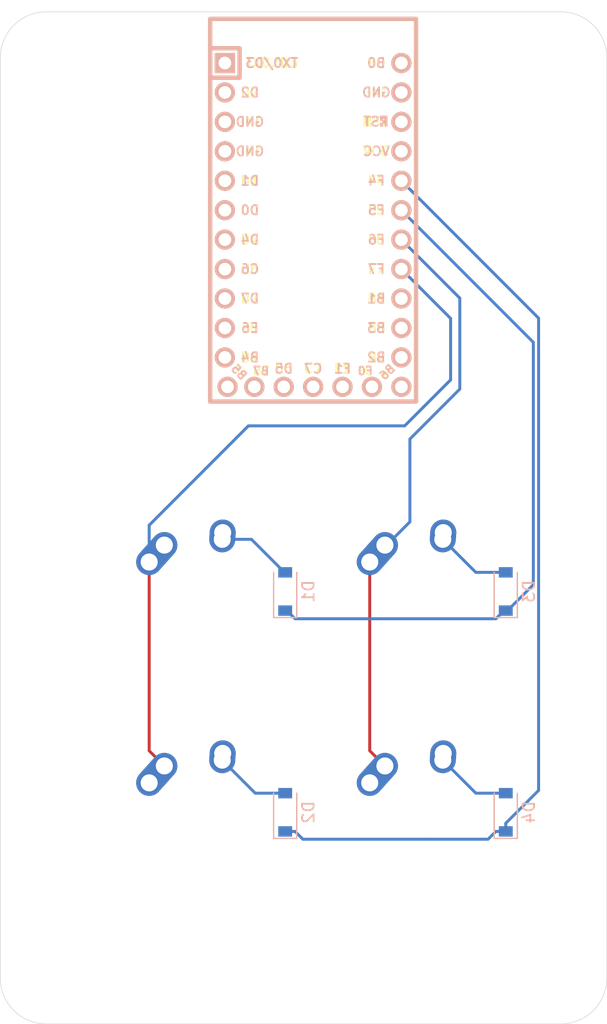
<source format=kicad_pcb>
(kicad_pcb (version 20171130) (host pcbnew "(5.1.4)-1")

  (general
    (thickness 1.6)
    (drawings 8)
    (tracks 42)
    (zones 0)
    (modules 9)
    (nets 34)
  )

  (page A4)
  (layers
    (0 F.Cu signal)
    (31 B.Cu signal)
    (32 B.Adhes user)
    (33 F.Adhes user)
    (34 B.Paste user)
    (35 F.Paste user)
    (36 B.SilkS user)
    (37 F.SilkS user)
    (38 B.Mask user)
    (39 F.Mask user)
    (40 Dwgs.User user)
    (41 Cmts.User user)
    (42 Eco1.User user)
    (43 Eco2.User user)
    (44 Edge.Cuts user)
    (45 Margin user)
    (46 B.CrtYd user)
    (47 F.CrtYd user)
    (48 B.Fab user)
    (49 F.Fab user)
  )

  (setup
    (last_trace_width 0.254)
    (trace_clearance 0.2)
    (zone_clearance 0.508)
    (zone_45_only no)
    (trace_min 0.2)
    (via_size 0.8)
    (via_drill 0.4)
    (via_min_size 0.4)
    (via_min_drill 0.3)
    (uvia_size 0.3)
    (uvia_drill 0.1)
    (uvias_allowed no)
    (uvia_min_size 0.2)
    (uvia_min_drill 0.1)
    (edge_width 0.05)
    (segment_width 0.2)
    (pcb_text_width 0.3)
    (pcb_text_size 1.5 1.5)
    (mod_edge_width 0.12)
    (mod_text_size 1 1)
    (mod_text_width 0.15)
    (pad_size 1.524 1.524)
    (pad_drill 0.762)
    (pad_to_mask_clearance 0.051)
    (solder_mask_min_width 0.25)
    (aux_axis_origin 0 0)
    (visible_elements 7FFFFFFF)
    (pcbplotparams
      (layerselection 0x010fc_ffffffff)
      (usegerberextensions false)
      (usegerberattributes false)
      (usegerberadvancedattributes false)
      (creategerberjobfile false)
      (excludeedgelayer true)
      (linewidth 0.100000)
      (plotframeref false)
      (viasonmask false)
      (mode 1)
      (useauxorigin false)
      (hpglpennumber 1)
      (hpglpenspeed 20)
      (hpglpendiameter 15.000000)
      (psnegative false)
      (psa4output false)
      (plotreference true)
      (plotvalue true)
      (plotinvisibletext false)
      (padsonsilk false)
      (subtractmaskfromsilk false)
      (outputformat 1)
      (mirror false)
      (drillshape 1)
      (scaleselection 1)
      (outputdirectory ""))
  )

  (net 0 "")
  (net 1 "Net-(D1-Pad2)")
  (net 2 ROW0)
  (net 3 "Net-(D2-Pad2)")
  (net 4 ROW1)
  (net 5 "Net-(D3-Pad2)")
  (net 6 "Net-(D4-Pad2)")
  (net 7 COL0)
  (net 8 COL1)
  (net 9 "Net-(U1-Pad25)")
  (net 10 "Net-(U1-Pad26)")
  (net 11 "Net-(U1-Pad27)")
  (net 12 "Net-(U1-Pad28)")
  (net 13 "Net-(U1-Pad29)")
  (net 14 "Net-(U1-Pad24)")
  (net 15 "Net-(U1-Pad12)")
  (net 16 "Net-(U1-Pad23)")
  (net 17 "Net-(U1-Pad22)")
  (net 18 "Net-(U1-Pad21)")
  (net 19 "Net-(U1-Pad16)")
  (net 20 "Net-(U1-Pad15)")
  (net 21 "Net-(U1-Pad14)")
  (net 22 "Net-(U1-Pad13)")
  (net 23 "Net-(U1-Pad11)")
  (net 24 "Net-(U1-Pad10)")
  (net 25 "Net-(U1-Pad9)")
  (net 26 "Net-(U1-Pad8)")
  (net 27 "Net-(U1-Pad7)")
  (net 28 "Net-(U1-Pad6)")
  (net 29 "Net-(U1-Pad5)")
  (net 30 "Net-(U1-Pad4)")
  (net 31 "Net-(U1-Pad3)")
  (net 32 "Net-(U1-Pad2)")
  (net 33 "Net-(U1-Pad1)")

  (net_class Default "This is the default net class."
    (clearance 0.2)
    (trace_width 0.254)
    (via_dia 0.8)
    (via_drill 0.4)
    (uvia_dia 0.3)
    (uvia_drill 0.1)
    (add_net COL0)
    (add_net COL1)
    (add_net "Net-(D1-Pad2)")
    (add_net "Net-(D2-Pad2)")
    (add_net "Net-(D3-Pad2)")
    (add_net "Net-(D4-Pad2)")
    (add_net "Net-(U1-Pad1)")
    (add_net "Net-(U1-Pad10)")
    (add_net "Net-(U1-Pad11)")
    (add_net "Net-(U1-Pad12)")
    (add_net "Net-(U1-Pad13)")
    (add_net "Net-(U1-Pad14)")
    (add_net "Net-(U1-Pad15)")
    (add_net "Net-(U1-Pad16)")
    (add_net "Net-(U1-Pad2)")
    (add_net "Net-(U1-Pad21)")
    (add_net "Net-(U1-Pad22)")
    (add_net "Net-(U1-Pad23)")
    (add_net "Net-(U1-Pad24)")
    (add_net "Net-(U1-Pad25)")
    (add_net "Net-(U1-Pad26)")
    (add_net "Net-(U1-Pad27)")
    (add_net "Net-(U1-Pad28)")
    (add_net "Net-(U1-Pad29)")
    (add_net "Net-(U1-Pad3)")
    (add_net "Net-(U1-Pad4)")
    (add_net "Net-(U1-Pad5)")
    (add_net "Net-(U1-Pad6)")
    (add_net "Net-(U1-Pad7)")
    (add_net "Net-(U1-Pad8)")
    (add_net "Net-(U1-Pad9)")
    (add_net ROW0)
    (add_net ROW1)
  )

  (net_class Power ""
    (clearance 0.2)
    (trace_width 0.381)
    (via_dia 0.8)
    (via_drill 0.4)
    (uvia_dia 0.3)
    (uvia_drill 0.1)
  )

  (module Keebio-Parts:Elite-C (layer F.Cu) (tedit 5BDF551E) (tstamp 600D425A)
    (at 129.413 112.8395 270)
    (path /600CD203)
    (fp_text reference U1 (at 0 1.625 90) (layer F.SilkS) hide
      (effects (font (size 1.2 1.2) (thickness 0.2032)))
    )
    (fp_text value Elite-C (at 0 0 90) (layer F.SilkS) hide
      (effects (font (size 1.2 1.2) (thickness 0.2032)))
    )
    (fp_line (start -12.7 6.35) (end -12.7 8.89) (layer B.SilkS) (width 0.381))
    (fp_line (start -15.24 6.35) (end -12.7 6.35) (layer B.SilkS) (width 0.381))
    (fp_text user D2 (at -11.43 5.461) (layer B.SilkS)
      (effects (font (size 0.8 0.8) (thickness 0.15)) (justify mirror))
    )
    (fp_text user D0 (at -1.27 5.461) (layer B.SilkS)
      (effects (font (size 0.8 0.8) (thickness 0.15)) (justify mirror))
    )
    (fp_text user D1 (at -3.81 5.461) (layer B.SilkS)
      (effects (font (size 0.8 0.8) (thickness 0.15)) (justify mirror))
    )
    (fp_text user GND (at -6.35 5.461) (layer B.SilkS)
      (effects (font (size 0.8 0.8) (thickness 0.15)) (justify mirror))
    )
    (fp_text user GND (at -8.89 5.461) (layer B.SilkS)
      (effects (font (size 0.8 0.8) (thickness 0.15)) (justify mirror))
    )
    (fp_text user D4 (at 1.27 5.461) (layer B.SilkS)
      (effects (font (size 0.8 0.8) (thickness 0.15)) (justify mirror))
    )
    (fp_text user C6 (at 3.81 5.461) (layer B.SilkS)
      (effects (font (size 0.8 0.8) (thickness 0.15)) (justify mirror))
    )
    (fp_text user D7 (at 6.35 5.461) (layer B.SilkS)
      (effects (font (size 0.8 0.8) (thickness 0.15)) (justify mirror))
    )
    (fp_text user E6 (at 8.89 5.461) (layer B.SilkS)
      (effects (font (size 0.8 0.8) (thickness 0.15)) (justify mirror))
    )
    (fp_text user B4 (at 11.43 5.461) (layer B.SilkS)
      (effects (font (size 0.8 0.8) (thickness 0.15)) (justify mirror))
    )
    (fp_text user B5 (at 12.7 6.4 135) (layer B.SilkS)
      (effects (font (size 0.7 0.7) (thickness 0.15)) (justify mirror))
    )
    (fp_text user B2 (at 11.43 -5.461) (layer F.SilkS)
      (effects (font (size 0.8 0.8) (thickness 0.15)))
    )
    (fp_text user B3 (at 8.89 -5.461) (layer B.SilkS)
      (effects (font (size 0.8 0.8) (thickness 0.15)) (justify mirror))
    )
    (fp_text user B1 (at 6.35 -5.461) (layer B.SilkS)
      (effects (font (size 0.8 0.8) (thickness 0.15)) (justify mirror))
    )
    (fp_text user F7 (at 3.81 -5.461) (layer F.SilkS)
      (effects (font (size 0.8 0.8) (thickness 0.15)))
    )
    (fp_text user F6 (at 1.27 -5.461) (layer F.SilkS)
      (effects (font (size 0.8 0.8) (thickness 0.15)))
    )
    (fp_text user F5 (at -1.27 -5.461) (layer F.SilkS)
      (effects (font (size 0.8 0.8) (thickness 0.15)))
    )
    (fp_text user F4 (at -3.81 -5.461) (layer B.SilkS)
      (effects (font (size 0.8 0.8) (thickness 0.15)) (justify mirror))
    )
    (fp_text user VCC (at -6.35 -5.461) (layer B.SilkS)
      (effects (font (size 0.8 0.8) (thickness 0.15)) (justify mirror))
    )
    (fp_text user GND (at -11.43 -5.461) (layer B.SilkS)
      (effects (font (size 0.8 0.8) (thickness 0.15)) (justify mirror))
    )
    (fp_text user B0 (at -13.97 -5.461) (layer B.SilkS)
      (effects (font (size 0.8 0.8) (thickness 0.15)) (justify mirror))
    )
    (fp_text user B0 (at -13.97 -5.461) (layer F.SilkS)
      (effects (font (size 0.8 0.8) (thickness 0.15)))
    )
    (fp_text user GND (at -11.43 -5.461) (layer F.SilkS)
      (effects (font (size 0.8 0.8) (thickness 0.15)))
    )
    (fp_text user ST (at -8.92 -5.73312) (layer F.SilkS)
      (effects (font (size 0.8 0.8) (thickness 0.15)))
    )
    (fp_text user VCC (at -6.35 -5.461) (layer F.SilkS)
      (effects (font (size 0.8 0.8) (thickness 0.15)))
    )
    (fp_text user F4 (at -3.81 -5.461) (layer F.SilkS)
      (effects (font (size 0.8 0.8) (thickness 0.15)))
    )
    (fp_text user F5 (at -1.27 -5.461) (layer B.SilkS)
      (effects (font (size 0.8 0.8) (thickness 0.15)) (justify mirror))
    )
    (fp_text user F6 (at 1.27 -5.461) (layer B.SilkS)
      (effects (font (size 0.8 0.8) (thickness 0.15)) (justify mirror))
    )
    (fp_text user F7 (at 3.81 -5.461) (layer B.SilkS)
      (effects (font (size 0.8 0.8) (thickness 0.15)) (justify mirror))
    )
    (fp_text user B1 (at 6.35 -5.461) (layer F.SilkS)
      (effects (font (size 0.8 0.8) (thickness 0.15)))
    )
    (fp_text user B3 (at 8.89 -5.461) (layer F.SilkS)
      (effects (font (size 0.8 0.8) (thickness 0.15)))
    )
    (fp_text user B2 (at 11.43 -5.461) (layer B.SilkS)
      (effects (font (size 0.8 0.8) (thickness 0.15)) (justify mirror))
    )
    (fp_text user B5 (at 12.7 6.4 135) (layer F.SilkS)
      (effects (font (size 0.7 0.7) (thickness 0.15)))
    )
    (fp_text user B4 (at 11.43 5.461) (layer F.SilkS)
      (effects (font (size 0.8 0.8) (thickness 0.15)))
    )
    (fp_text user E6 (at 8.89 5.461) (layer F.SilkS)
      (effects (font (size 0.8 0.8) (thickness 0.15)))
    )
    (fp_text user D7 (at 6.35 5.461) (layer F.SilkS)
      (effects (font (size 0.8 0.8) (thickness 0.15)))
    )
    (fp_text user C6 (at 3.81 5.461) (layer F.SilkS)
      (effects (font (size 0.8 0.8) (thickness 0.15)))
    )
    (fp_text user D4 (at 1.27 5.461) (layer F.SilkS)
      (effects (font (size 0.8 0.8) (thickness 0.15)))
    )
    (fp_text user GND (at -8.89 5.461) (layer F.SilkS)
      (effects (font (size 0.8 0.8) (thickness 0.15)))
    )
    (fp_text user GND (at -6.35 5.461) (layer F.SilkS)
      (effects (font (size 0.8 0.8) (thickness 0.15)))
    )
    (fp_text user D1 (at -3.81 5.461) (layer F.SilkS)
      (effects (font (size 0.8 0.8) (thickness 0.15)))
    )
    (fp_text user D0 (at -1.27 5.461) (layer F.SilkS)
      (effects (font (size 0.8 0.8) (thickness 0.15)))
    )
    (fp_text user D2 (at -11.43 5.461) (layer F.SilkS)
      (effects (font (size 0.8 0.8) (thickness 0.15)))
    )
    (fp_text user TX0/D3 (at -13.97 3.571872) (layer B.SilkS)
      (effects (font (size 0.8 0.8) (thickness 0.15)) (justify mirror))
    )
    (fp_text user TX0/D3 (at -13.97 3.571872) (layer F.SilkS)
      (effects (font (size 0.8 0.8) (thickness 0.15)))
    )
    (fp_line (start -15.24 8.89) (end 15.24 8.89) (layer F.SilkS) (width 0.381))
    (fp_line (start 15.24 8.89) (end 15.24 -8.89) (layer F.SilkS) (width 0.381))
    (fp_line (start 15.24 -8.89) (end -15.24 -8.89) (layer F.SilkS) (width 0.381))
    (fp_line (start -15.24 6.35) (end -12.7 6.35) (layer F.SilkS) (width 0.381))
    (fp_line (start -12.7 6.35) (end -12.7 8.89) (layer F.SilkS) (width 0.381))
    (fp_poly (pts (xy -9.36064 -4.931568) (xy -9.06064 -4.931568) (xy -9.06064 -4.831568) (xy -9.36064 -4.831568)) (layer F.SilkS) (width 0.15))
    (fp_poly (pts (xy -8.96064 -4.731568) (xy -8.86064 -4.731568) (xy -8.86064 -4.631568) (xy -8.96064 -4.631568)) (layer F.SilkS) (width 0.15))
    (fp_poly (pts (xy -9.36064 -4.931568) (xy -9.26064 -4.931568) (xy -9.26064 -4.431568) (xy -9.36064 -4.431568)) (layer F.SilkS) (width 0.15))
    (fp_poly (pts (xy -9.36064 -4.531568) (xy -8.56064 -4.531568) (xy -8.56064 -4.431568) (xy -9.36064 -4.431568)) (layer F.SilkS) (width 0.15))
    (fp_poly (pts (xy -8.76064 -4.931568) (xy -8.56064 -4.931568) (xy -8.56064 -4.831568) (xy -8.76064 -4.831568)) (layer F.SilkS) (width 0.15))
    (fp_text user ST (at -8.91 -5.04) (layer B.SilkS)
      (effects (font (size 0.8 0.8) (thickness 0.15)) (justify mirror))
    )
    (fp_poly (pts (xy -8.95097 -6.044635) (xy -8.85097 -6.044635) (xy -8.85097 -6.144635) (xy -8.95097 -6.144635)) (layer B.SilkS) (width 0.15))
    (fp_poly (pts (xy -9.35097 -6.244635) (xy -8.55097 -6.244635) (xy -8.55097 -6.344635) (xy -9.35097 -6.344635)) (layer B.SilkS) (width 0.15))
    (fp_poly (pts (xy -8.75097 -5.844635) (xy -8.55097 -5.844635) (xy -8.55097 -5.944635) (xy -8.75097 -5.944635)) (layer B.SilkS) (width 0.15))
    (fp_poly (pts (xy -9.35097 -5.844635) (xy -9.05097 -5.844635) (xy -9.05097 -5.944635) (xy -9.35097 -5.944635)) (layer B.SilkS) (width 0.15))
    (fp_poly (pts (xy -9.35097 -5.844635) (xy -9.25097 -5.844635) (xy -9.25097 -6.344635) (xy -9.35097 -6.344635)) (layer B.SilkS) (width 0.15))
    (fp_line (start 15.24 -8.89) (end -17.78 -8.89) (layer B.SilkS) (width 0.381))
    (fp_line (start 15.24 8.89) (end 15.24 -8.89) (layer B.SilkS) (width 0.381))
    (fp_line (start -17.78 8.89) (end 15.24 8.89) (layer B.SilkS) (width 0.381))
    (fp_line (start -17.78 -8.89) (end -17.78 8.89) (layer B.SilkS) (width 0.381))
    (fp_line (start -15.24 -8.89) (end -17.78 -8.89) (layer F.SilkS) (width 0.381))
    (fp_line (start -17.78 -8.89) (end -17.78 8.89) (layer F.SilkS) (width 0.381))
    (fp_line (start -17.78 8.89) (end -15.24 8.89) (layer F.SilkS) (width 0.381))
    (fp_line (start -14.224 -3.556) (end -14.224 3.81) (layer Dwgs.User) (width 0.2))
    (fp_line (start -14.224 3.81) (end -19.304 3.81) (layer Dwgs.User) (width 0.2))
    (fp_line (start -19.304 3.81) (end -19.304 -3.556) (layer Dwgs.User) (width 0.2))
    (fp_line (start -19.304 -3.556) (end -14.224 -3.556) (layer Dwgs.User) (width 0.2))
    (fp_line (start -15.24 6.35) (end -15.24 8.89) (layer B.SilkS) (width 0.381))
    (fp_line (start -15.24 6.35) (end -15.24 8.89) (layer F.SilkS) (width 0.381))
    (fp_text user B7 (at 12.6 4.5) (layer F.SilkS)
      (effects (font (size 0.7 0.7) (thickness 0.15)))
    )
    (fp_text user B7 (at 12.6 4.5) (layer B.SilkS)
      (effects (font (size 0.7 0.7) (thickness 0.15)) (justify mirror))
    )
    (fp_text user F0 (at 12.6 -4.5) (layer B.SilkS)
      (effects (font (size 0.7 0.7) (thickness 0.15)) (justify mirror))
    )
    (fp_text user F0 (at 12.6 -4.5) (layer F.SilkS)
      (effects (font (size 0.7 0.7) (thickness 0.15)))
    )
    (fp_text user B6 (at 12.7 -6.4 45 unlocked) (layer F.SilkS)
      (effects (font (size 0.7 0.7) (thickness 0.15)))
    )
    (fp_text user B6 (at 12.7 -6.4 45 unlocked) (layer B.SilkS)
      (effects (font (size 0.7 0.7) (thickness 0.15)) (justify mirror))
    )
    (fp_text user C7 (at 12.4 0) (layer F.SilkS)
      (effects (font (size 0.8 0.8) (thickness 0.15)))
    )
    (fp_text user C7 (at 12.4 0) (layer B.SilkS)
      (effects (font (size 0.8 0.8) (thickness 0.15)) (justify mirror))
    )
    (fp_text user F1 (at 12.4 -2.54) (layer B.SilkS)
      (effects (font (size 0.8 0.8) (thickness 0.15)) (justify mirror))
    )
    (fp_text user F1 (at 12.4 -2.54) (layer F.SilkS)
      (effects (font (size 0.8 0.8) (thickness 0.15)))
    )
    (fp_text user D5 (at 12.4 2.54) (layer F.SilkS)
      (effects (font (size 0.8 0.8) (thickness 0.15)))
    )
    (fp_text user D5 (at 12.4 2.54) (layer B.SilkS)
      (effects (font (size 0.8 0.8) (thickness 0.15)) (justify mirror))
    )
    (pad 1 thru_hole rect (at -13.97 7.62 270) (size 1.7526 1.7526) (drill 1.0922) (layers *.Cu *.SilkS *.Mask)
      (net 33 "Net-(U1-Pad1)"))
    (pad 2 thru_hole circle (at -11.43 7.62 270) (size 1.7526 1.7526) (drill 1.0922) (layers *.Cu *.SilkS *.Mask)
      (net 32 "Net-(U1-Pad2)"))
    (pad 3 thru_hole circle (at -8.89 7.62 270) (size 1.7526 1.7526) (drill 1.0922) (layers *.Cu *.SilkS *.Mask)
      (net 31 "Net-(U1-Pad3)"))
    (pad 4 thru_hole circle (at -6.35 7.62 270) (size 1.7526 1.7526) (drill 1.0922) (layers *.Cu *.SilkS *.Mask)
      (net 30 "Net-(U1-Pad4)"))
    (pad 5 thru_hole circle (at -3.81 7.62 270) (size 1.7526 1.7526) (drill 1.0922) (layers *.Cu *.SilkS *.Mask)
      (net 29 "Net-(U1-Pad5)"))
    (pad 6 thru_hole circle (at -1.27 7.62 270) (size 1.7526 1.7526) (drill 1.0922) (layers *.Cu *.SilkS *.Mask)
      (net 28 "Net-(U1-Pad6)"))
    (pad 7 thru_hole circle (at 1.27 7.62 270) (size 1.7526 1.7526) (drill 1.0922) (layers *.Cu *.SilkS *.Mask)
      (net 27 "Net-(U1-Pad7)"))
    (pad 8 thru_hole circle (at 3.81 7.62 270) (size 1.7526 1.7526) (drill 1.0922) (layers *.Cu *.SilkS *.Mask)
      (net 26 "Net-(U1-Pad8)"))
    (pad 9 thru_hole circle (at 6.35 7.62 270) (size 1.7526 1.7526) (drill 1.0922) (layers *.Cu *.SilkS *.Mask)
      (net 25 "Net-(U1-Pad9)"))
    (pad 10 thru_hole circle (at 8.89 7.62 270) (size 1.7526 1.7526) (drill 1.0922) (layers *.Cu *.SilkS *.Mask)
      (net 24 "Net-(U1-Pad10)"))
    (pad 11 thru_hole circle (at 11.43 7.62 270) (size 1.7526 1.7526) (drill 1.0922) (layers *.Cu *.SilkS *.Mask)
      (net 23 "Net-(U1-Pad11)"))
    (pad 13 thru_hole circle (at 13.97 -7.62 270) (size 1.7526 1.7526) (drill 1.0922) (layers *.Cu *.SilkS *.Mask)
      (net 22 "Net-(U1-Pad13)"))
    (pad 14 thru_hole circle (at 11.43 -7.62 270) (size 1.7526 1.7526) (drill 1.0922) (layers *.Cu *.SilkS *.Mask)
      (net 21 "Net-(U1-Pad14)"))
    (pad 15 thru_hole circle (at 8.89 -7.62 270) (size 1.7526 1.7526) (drill 1.0922) (layers *.Cu *.SilkS *.Mask)
      (net 20 "Net-(U1-Pad15)"))
    (pad 16 thru_hole circle (at 6.35 -7.62 270) (size 1.7526 1.7526) (drill 1.0922) (layers *.Cu *.SilkS *.Mask)
      (net 19 "Net-(U1-Pad16)"))
    (pad 17 thru_hole circle (at 3.81 -7.62 270) (size 1.7526 1.7526) (drill 1.0922) (layers *.Cu *.SilkS *.Mask)
      (net 7 COL0))
    (pad 18 thru_hole circle (at 1.27 -7.62 270) (size 1.7526 1.7526) (drill 1.0922) (layers *.Cu *.SilkS *.Mask)
      (net 8 COL1))
    (pad 19 thru_hole circle (at -1.27 -7.62 270) (size 1.7526 1.7526) (drill 1.0922) (layers *.Cu *.SilkS *.Mask)
      (net 2 ROW0))
    (pad 20 thru_hole circle (at -3.81 -7.62 270) (size 1.7526 1.7526) (drill 1.0922) (layers *.Cu *.SilkS *.Mask)
      (net 4 ROW1))
    (pad 21 thru_hole circle (at -6.35 -7.62 270) (size 1.7526 1.7526) (drill 1.0922) (layers *.Cu *.SilkS *.Mask)
      (net 18 "Net-(U1-Pad21)"))
    (pad 22 thru_hole circle (at -8.89 -7.62 270) (size 1.7526 1.7526) (drill 1.0922) (layers *.Cu *.SilkS *.Mask)
      (net 17 "Net-(U1-Pad22)"))
    (pad 23 thru_hole circle (at -11.43 -7.62 270) (size 1.7526 1.7526) (drill 1.0922) (layers *.Cu *.SilkS *.Mask)
      (net 16 "Net-(U1-Pad23)"))
    (pad 12 thru_hole circle (at 13.97 7.3914 270) (size 1.7526 1.7526) (drill 1.0922) (layers *.Cu *.SilkS *.Mask)
      (net 15 "Net-(U1-Pad12)"))
    (pad 24 thru_hole circle (at -13.97 -7.62 270) (size 1.7526 1.7526) (drill 1.0922) (layers *.Cu *.SilkS *.Mask)
      (net 14 "Net-(U1-Pad24)"))
    (pad 29 thru_hole circle (at 13.97 -5.08 270) (size 1.7526 1.7526) (drill 1.0922) (layers *.Cu *.SilkS *.Mask)
      (net 13 "Net-(U1-Pad29)"))
    (pad 28 thru_hole circle (at 13.97 -2.54 270) (size 1.7526 1.7526) (drill 1.0922) (layers *.Cu *.SilkS *.Mask)
      (net 12 "Net-(U1-Pad28)"))
    (pad 27 thru_hole circle (at 13.97 0 270) (size 1.7526 1.7526) (drill 1.0922) (layers *.Cu *.SilkS *.Mask)
      (net 11 "Net-(U1-Pad27)"))
    (pad 26 thru_hole circle (at 13.97 2.54 270) (size 1.7526 1.7526) (drill 1.0922) (layers *.Cu *.SilkS *.Mask)
      (net 10 "Net-(U1-Pad26)"))
    (pad 25 thru_hole circle (at 13.97 5.08 270) (size 1.7526 1.7526) (drill 1.0922) (layers *.Cu *.SilkS *.Mask)
      (net 9 "Net-(U1-Pad25)"))
    (model /Users/danny/Documents/proj/custom-keyboard/kicad-libs/3d_models/ArduinoProMicro.wrl
      (offset (xyz -13.96999979019165 -7.619999885559082 -5.841999912261963))
      (scale (xyz 0.395 0.395 0.395))
      (rotate (xyz 90 180 180))
    )
  )

  (module MX_Alps_Hybrid:MX-1U-NoLED (layer F.Cu) (tedit 5A9F5203) (tstamp 600D41E1)
    (at 138.1125 163.5125)
    (path /600D827D)
    (fp_text reference MX4 (at 0 3.175) (layer Dwgs.User)
      (effects (font (size 1 1) (thickness 0.15)))
    )
    (fp_text value MX-NoLED (at 0 -7.9375) (layer Dwgs.User)
      (effects (font (size 1 1) (thickness 0.15)))
    )
    (fp_line (start 5 -7) (end 7 -7) (layer Dwgs.User) (width 0.15))
    (fp_line (start 7 -7) (end 7 -5) (layer Dwgs.User) (width 0.15))
    (fp_line (start 5 7) (end 7 7) (layer Dwgs.User) (width 0.15))
    (fp_line (start 7 7) (end 7 5) (layer Dwgs.User) (width 0.15))
    (fp_line (start -7 5) (end -7 7) (layer Dwgs.User) (width 0.15))
    (fp_line (start -7 7) (end -5 7) (layer Dwgs.User) (width 0.15))
    (fp_line (start -5 -7) (end -7 -7) (layer Dwgs.User) (width 0.15))
    (fp_line (start -7 -7) (end -7 -5) (layer Dwgs.User) (width 0.15))
    (fp_line (start -9.525 -9.525) (end 9.525 -9.525) (layer Dwgs.User) (width 0.15))
    (fp_line (start 9.525 -9.525) (end 9.525 9.525) (layer Dwgs.User) (width 0.15))
    (fp_line (start 9.525 9.525) (end -9.525 9.525) (layer Dwgs.User) (width 0.15))
    (fp_line (start -9.525 9.525) (end -9.525 -9.525) (layer Dwgs.User) (width 0.15))
    (pad 2 thru_hole oval (at 2.5 -4.5 86.0548) (size 2.831378 2.25) (drill 1.47 (offset 0.290689 0)) (layers *.Cu B.Mask)
      (net 6 "Net-(D4-Pad2)"))
    (pad 2 thru_hole circle (at 2.54 -5.08) (size 2.25 2.25) (drill 1.47) (layers *.Cu B.Mask)
      (net 6 "Net-(D4-Pad2)"))
    (pad 1 thru_hole oval (at -3.81 -2.54 48.0996) (size 4.211556 2.25) (drill 1.47 (offset 0.980778 0)) (layers *.Cu B.Mask)
      (net 8 COL1))
    (pad "" np_thru_hole circle (at 0 0) (size 3.9878 3.9878) (drill 3.9878) (layers *.Cu *.Mask))
    (pad 1 thru_hole circle (at -2.5 -4) (size 2.25 2.25) (drill 1.47) (layers *.Cu B.Mask)
      (net 8 COL1))
    (pad "" np_thru_hole circle (at -5.08 0 48.0996) (size 1.75 1.75) (drill 1.75) (layers *.Cu *.Mask))
    (pad "" np_thru_hole circle (at 5.08 0 48.0996) (size 1.75 1.75) (drill 1.75) (layers *.Cu *.Mask))
  )

  (module MX_Alps_Hybrid:MX-1U-NoLED (layer F.Cu) (tedit 5A9F5203) (tstamp 600D41CA)
    (at 138.1125 144.4625)
    (path /600D6C02)
    (fp_text reference MX3 (at 0 3.175) (layer Dwgs.User)
      (effects (font (size 1 1) (thickness 0.15)))
    )
    (fp_text value MX-NoLED (at 0 -7.9375) (layer Dwgs.User)
      (effects (font (size 1 1) (thickness 0.15)))
    )
    (fp_line (start 5 -7) (end 7 -7) (layer Dwgs.User) (width 0.15))
    (fp_line (start 7 -7) (end 7 -5) (layer Dwgs.User) (width 0.15))
    (fp_line (start 5 7) (end 7 7) (layer Dwgs.User) (width 0.15))
    (fp_line (start 7 7) (end 7 5) (layer Dwgs.User) (width 0.15))
    (fp_line (start -7 5) (end -7 7) (layer Dwgs.User) (width 0.15))
    (fp_line (start -7 7) (end -5 7) (layer Dwgs.User) (width 0.15))
    (fp_line (start -5 -7) (end -7 -7) (layer Dwgs.User) (width 0.15))
    (fp_line (start -7 -7) (end -7 -5) (layer Dwgs.User) (width 0.15))
    (fp_line (start -9.525 -9.525) (end 9.525 -9.525) (layer Dwgs.User) (width 0.15))
    (fp_line (start 9.525 -9.525) (end 9.525 9.525) (layer Dwgs.User) (width 0.15))
    (fp_line (start 9.525 9.525) (end -9.525 9.525) (layer Dwgs.User) (width 0.15))
    (fp_line (start -9.525 9.525) (end -9.525 -9.525) (layer Dwgs.User) (width 0.15))
    (pad 2 thru_hole oval (at 2.5 -4.5 86.0548) (size 2.831378 2.25) (drill 1.47 (offset 0.290689 0)) (layers *.Cu B.Mask)
      (net 5 "Net-(D3-Pad2)"))
    (pad 2 thru_hole circle (at 2.54 -5.08) (size 2.25 2.25) (drill 1.47) (layers *.Cu B.Mask)
      (net 5 "Net-(D3-Pad2)"))
    (pad 1 thru_hole oval (at -3.81 -2.54 48.0996) (size 4.211556 2.25) (drill 1.47 (offset 0.980778 0)) (layers *.Cu B.Mask)
      (net 8 COL1))
    (pad "" np_thru_hole circle (at 0 0) (size 3.9878 3.9878) (drill 3.9878) (layers *.Cu *.Mask))
    (pad 1 thru_hole circle (at -2.5 -4) (size 2.25 2.25) (drill 1.47) (layers *.Cu B.Mask)
      (net 8 COL1))
    (pad "" np_thru_hole circle (at -5.08 0 48.0996) (size 1.75 1.75) (drill 1.75) (layers *.Cu *.Mask))
    (pad "" np_thru_hole circle (at 5.08 0 48.0996) (size 1.75 1.75) (drill 1.75) (layers *.Cu *.Mask))
  )

  (module MX_Alps_Hybrid:MX-1U-NoLED (layer F.Cu) (tedit 5A9F5203) (tstamp 600D41B3)
    (at 119.0625 163.5125)
    (path /600D71F0)
    (fp_text reference MX2 (at 0 3.175) (layer Dwgs.User)
      (effects (font (size 1 1) (thickness 0.15)))
    )
    (fp_text value MX-NoLED (at 0 -7.9375) (layer Dwgs.User)
      (effects (font (size 1 1) (thickness 0.15)))
    )
    (fp_line (start 5 -7) (end 7 -7) (layer Dwgs.User) (width 0.15))
    (fp_line (start 7 -7) (end 7 -5) (layer Dwgs.User) (width 0.15))
    (fp_line (start 5 7) (end 7 7) (layer Dwgs.User) (width 0.15))
    (fp_line (start 7 7) (end 7 5) (layer Dwgs.User) (width 0.15))
    (fp_line (start -7 5) (end -7 7) (layer Dwgs.User) (width 0.15))
    (fp_line (start -7 7) (end -5 7) (layer Dwgs.User) (width 0.15))
    (fp_line (start -5 -7) (end -7 -7) (layer Dwgs.User) (width 0.15))
    (fp_line (start -7 -7) (end -7 -5) (layer Dwgs.User) (width 0.15))
    (fp_line (start -9.525 -9.525) (end 9.525 -9.525) (layer Dwgs.User) (width 0.15))
    (fp_line (start 9.525 -9.525) (end 9.525 9.525) (layer Dwgs.User) (width 0.15))
    (fp_line (start 9.525 9.525) (end -9.525 9.525) (layer Dwgs.User) (width 0.15))
    (fp_line (start -9.525 9.525) (end -9.525 -9.525) (layer Dwgs.User) (width 0.15))
    (pad 2 thru_hole oval (at 2.5 -4.5 86.0548) (size 2.831378 2.25) (drill 1.47 (offset 0.290689 0)) (layers *.Cu B.Mask)
      (net 3 "Net-(D2-Pad2)"))
    (pad 2 thru_hole circle (at 2.54 -5.08) (size 2.25 2.25) (drill 1.47) (layers *.Cu B.Mask)
      (net 3 "Net-(D2-Pad2)"))
    (pad 1 thru_hole oval (at -3.81 -2.54 48.0996) (size 4.211556 2.25) (drill 1.47 (offset 0.980778 0)) (layers *.Cu B.Mask)
      (net 7 COL0))
    (pad "" np_thru_hole circle (at 0 0) (size 3.9878 3.9878) (drill 3.9878) (layers *.Cu *.Mask))
    (pad 1 thru_hole circle (at -2.5 -4) (size 2.25 2.25) (drill 1.47) (layers *.Cu B.Mask)
      (net 7 COL0))
    (pad "" np_thru_hole circle (at -5.08 0 48.0996) (size 1.75 1.75) (drill 1.75) (layers *.Cu *.Mask))
    (pad "" np_thru_hole circle (at 5.08 0 48.0996) (size 1.75 1.75) (drill 1.75) (layers *.Cu *.Mask))
  )

  (module MX_Alps_Hybrid:MX-1U-NoLED (layer F.Cu) (tedit 5A9F5203) (tstamp 600D419C)
    (at 119.0625 144.4625)
    (path /600CE9FD)
    (fp_text reference MX1 (at 0 3.175) (layer Dwgs.User)
      (effects (font (size 1 1) (thickness 0.15)))
    )
    (fp_text value MX-NoLED (at 0 -7.9375) (layer Dwgs.User)
      (effects (font (size 1 1) (thickness 0.15)))
    )
    (fp_line (start 5 -7) (end 7 -7) (layer Dwgs.User) (width 0.15))
    (fp_line (start 7 -7) (end 7 -5) (layer Dwgs.User) (width 0.15))
    (fp_line (start 5 7) (end 7 7) (layer Dwgs.User) (width 0.15))
    (fp_line (start 7 7) (end 7 5) (layer Dwgs.User) (width 0.15))
    (fp_line (start -7 5) (end -7 7) (layer Dwgs.User) (width 0.15))
    (fp_line (start -7 7) (end -5 7) (layer Dwgs.User) (width 0.15))
    (fp_line (start -5 -7) (end -7 -7) (layer Dwgs.User) (width 0.15))
    (fp_line (start -7 -7) (end -7 -5) (layer Dwgs.User) (width 0.15))
    (fp_line (start -9.525 -9.525) (end 9.525 -9.525) (layer Dwgs.User) (width 0.15))
    (fp_line (start 9.525 -9.525) (end 9.525 9.525) (layer Dwgs.User) (width 0.15))
    (fp_line (start 9.525 9.525) (end -9.525 9.525) (layer Dwgs.User) (width 0.15))
    (fp_line (start -9.525 9.525) (end -9.525 -9.525) (layer Dwgs.User) (width 0.15))
    (pad 2 thru_hole oval (at 2.5 -4.5 86.0548) (size 2.831378 2.25) (drill 1.47 (offset 0.290689 0)) (layers *.Cu B.Mask)
      (net 1 "Net-(D1-Pad2)"))
    (pad 2 thru_hole circle (at 2.54 -5.08) (size 2.25 2.25) (drill 1.47) (layers *.Cu B.Mask)
      (net 1 "Net-(D1-Pad2)"))
    (pad 1 thru_hole oval (at -3.81 -2.54 48.0996) (size 4.211556 2.25) (drill 1.47 (offset 0.980778 0)) (layers *.Cu B.Mask)
      (net 7 COL0))
    (pad "" np_thru_hole circle (at 0 0) (size 3.9878 3.9878) (drill 3.9878) (layers *.Cu *.Mask))
    (pad 1 thru_hole circle (at -2.5 -4) (size 2.25 2.25) (drill 1.47) (layers *.Cu B.Mask)
      (net 7 COL0))
    (pad "" np_thru_hole circle (at -5.08 0 48.0996) (size 1.75 1.75) (drill 1.75) (layers *.Cu *.Mask))
    (pad "" np_thru_hole circle (at 5.08 0 48.0996) (size 1.75 1.75) (drill 1.75) (layers *.Cu *.Mask))
  )

  (module Diode_SMD:D_SOD-123 (layer B.Cu) (tedit 58645DC7) (tstamp 600D4185)
    (at 146.05 163.5125 90)
    (descr SOD-123)
    (tags SOD-123)
    (path /600D8283)
    (attr smd)
    (fp_text reference D4 (at 0 2 270) (layer B.SilkS)
      (effects (font (size 1 1) (thickness 0.15)) (justify mirror))
    )
    (fp_text value D_Small (at 0 -2.1 270) (layer B.Fab)
      (effects (font (size 1 1) (thickness 0.15)) (justify mirror))
    )
    (fp_text user %R (at 0 2 270) (layer B.Fab)
      (effects (font (size 1 1) (thickness 0.15)) (justify mirror))
    )
    (fp_line (start -2.25 1) (end -2.25 -1) (layer B.SilkS) (width 0.12))
    (fp_line (start 0.25 0) (end 0.75 0) (layer B.Fab) (width 0.1))
    (fp_line (start 0.25 -0.4) (end -0.35 0) (layer B.Fab) (width 0.1))
    (fp_line (start 0.25 0.4) (end 0.25 -0.4) (layer B.Fab) (width 0.1))
    (fp_line (start -0.35 0) (end 0.25 0.4) (layer B.Fab) (width 0.1))
    (fp_line (start -0.35 0) (end -0.35 -0.55) (layer B.Fab) (width 0.1))
    (fp_line (start -0.35 0) (end -0.35 0.55) (layer B.Fab) (width 0.1))
    (fp_line (start -0.75 0) (end -0.35 0) (layer B.Fab) (width 0.1))
    (fp_line (start -1.4 -0.9) (end -1.4 0.9) (layer B.Fab) (width 0.1))
    (fp_line (start 1.4 -0.9) (end -1.4 -0.9) (layer B.Fab) (width 0.1))
    (fp_line (start 1.4 0.9) (end 1.4 -0.9) (layer B.Fab) (width 0.1))
    (fp_line (start -1.4 0.9) (end 1.4 0.9) (layer B.Fab) (width 0.1))
    (fp_line (start -2.35 1.15) (end 2.35 1.15) (layer B.CrtYd) (width 0.05))
    (fp_line (start 2.35 1.15) (end 2.35 -1.15) (layer B.CrtYd) (width 0.05))
    (fp_line (start 2.35 -1.15) (end -2.35 -1.15) (layer B.CrtYd) (width 0.05))
    (fp_line (start -2.35 1.15) (end -2.35 -1.15) (layer B.CrtYd) (width 0.05))
    (fp_line (start -2.25 -1) (end 1.65 -1) (layer B.SilkS) (width 0.12))
    (fp_line (start -2.25 1) (end 1.65 1) (layer B.SilkS) (width 0.12))
    (pad 1 smd rect (at -1.65 0 90) (size 0.9 1.2) (layers B.Cu B.Paste B.Mask)
      (net 4 ROW1))
    (pad 2 smd rect (at 1.65 0 90) (size 0.9 1.2) (layers B.Cu B.Paste B.Mask)
      (net 6 "Net-(D4-Pad2)"))
    (model ${KISYS3DMOD}/Diode_SMD.3dshapes/D_SOD-123.wrl
      (at (xyz 0 0 0))
      (scale (xyz 1 1 1))
      (rotate (xyz 0 0 0))
    )
  )

  (module Diode_SMD:D_SOD-123 (layer B.Cu) (tedit 58645DC7) (tstamp 600D416C)
    (at 146.05 144.4625 90)
    (descr SOD-123)
    (tags SOD-123)
    (path /600D6C08)
    (attr smd)
    (fp_text reference D3 (at 0 2 270) (layer B.SilkS)
      (effects (font (size 1 1) (thickness 0.15)) (justify mirror))
    )
    (fp_text value D_Small (at 0 -2.1 270) (layer B.Fab)
      (effects (font (size 1 1) (thickness 0.15)) (justify mirror))
    )
    (fp_text user %R (at 0 2 270) (layer B.Fab)
      (effects (font (size 1 1) (thickness 0.15)) (justify mirror))
    )
    (fp_line (start -2.25 1) (end -2.25 -1) (layer B.SilkS) (width 0.12))
    (fp_line (start 0.25 0) (end 0.75 0) (layer B.Fab) (width 0.1))
    (fp_line (start 0.25 -0.4) (end -0.35 0) (layer B.Fab) (width 0.1))
    (fp_line (start 0.25 0.4) (end 0.25 -0.4) (layer B.Fab) (width 0.1))
    (fp_line (start -0.35 0) (end 0.25 0.4) (layer B.Fab) (width 0.1))
    (fp_line (start -0.35 0) (end -0.35 -0.55) (layer B.Fab) (width 0.1))
    (fp_line (start -0.35 0) (end -0.35 0.55) (layer B.Fab) (width 0.1))
    (fp_line (start -0.75 0) (end -0.35 0) (layer B.Fab) (width 0.1))
    (fp_line (start -1.4 -0.9) (end -1.4 0.9) (layer B.Fab) (width 0.1))
    (fp_line (start 1.4 -0.9) (end -1.4 -0.9) (layer B.Fab) (width 0.1))
    (fp_line (start 1.4 0.9) (end 1.4 -0.9) (layer B.Fab) (width 0.1))
    (fp_line (start -1.4 0.9) (end 1.4 0.9) (layer B.Fab) (width 0.1))
    (fp_line (start -2.35 1.15) (end 2.35 1.15) (layer B.CrtYd) (width 0.05))
    (fp_line (start 2.35 1.15) (end 2.35 -1.15) (layer B.CrtYd) (width 0.05))
    (fp_line (start 2.35 -1.15) (end -2.35 -1.15) (layer B.CrtYd) (width 0.05))
    (fp_line (start -2.35 1.15) (end -2.35 -1.15) (layer B.CrtYd) (width 0.05))
    (fp_line (start -2.25 -1) (end 1.65 -1) (layer B.SilkS) (width 0.12))
    (fp_line (start -2.25 1) (end 1.65 1) (layer B.SilkS) (width 0.12))
    (pad 1 smd rect (at -1.65 0 90) (size 0.9 1.2) (layers B.Cu B.Paste B.Mask)
      (net 2 ROW0))
    (pad 2 smd rect (at 1.65 0 90) (size 0.9 1.2) (layers B.Cu B.Paste B.Mask)
      (net 5 "Net-(D3-Pad2)"))
    (model ${KISYS3DMOD}/Diode_SMD.3dshapes/D_SOD-123.wrl
      (at (xyz 0 0 0))
      (scale (xyz 1 1 1))
      (rotate (xyz 0 0 0))
    )
  )

  (module Diode_SMD:D_SOD-123 (layer B.Cu) (tedit 58645DC7) (tstamp 600D4153)
    (at 127 163.5125 90)
    (descr SOD-123)
    (tags SOD-123)
    (path /600D71F6)
    (attr smd)
    (fp_text reference D2 (at 0 2 270) (layer B.SilkS)
      (effects (font (size 1 1) (thickness 0.15)) (justify mirror))
    )
    (fp_text value D_Small (at 0 -2.1 270) (layer B.Fab)
      (effects (font (size 1 1) (thickness 0.15)) (justify mirror))
    )
    (fp_text user %R (at 0 2 270) (layer B.Fab)
      (effects (font (size 1 1) (thickness 0.15)) (justify mirror))
    )
    (fp_line (start -2.25 1) (end -2.25 -1) (layer B.SilkS) (width 0.12))
    (fp_line (start 0.25 0) (end 0.75 0) (layer B.Fab) (width 0.1))
    (fp_line (start 0.25 -0.4) (end -0.35 0) (layer B.Fab) (width 0.1))
    (fp_line (start 0.25 0.4) (end 0.25 -0.4) (layer B.Fab) (width 0.1))
    (fp_line (start -0.35 0) (end 0.25 0.4) (layer B.Fab) (width 0.1))
    (fp_line (start -0.35 0) (end -0.35 -0.55) (layer B.Fab) (width 0.1))
    (fp_line (start -0.35 0) (end -0.35 0.55) (layer B.Fab) (width 0.1))
    (fp_line (start -0.75 0) (end -0.35 0) (layer B.Fab) (width 0.1))
    (fp_line (start -1.4 -0.9) (end -1.4 0.9) (layer B.Fab) (width 0.1))
    (fp_line (start 1.4 -0.9) (end -1.4 -0.9) (layer B.Fab) (width 0.1))
    (fp_line (start 1.4 0.9) (end 1.4 -0.9) (layer B.Fab) (width 0.1))
    (fp_line (start -1.4 0.9) (end 1.4 0.9) (layer B.Fab) (width 0.1))
    (fp_line (start -2.35 1.15) (end 2.35 1.15) (layer B.CrtYd) (width 0.05))
    (fp_line (start 2.35 1.15) (end 2.35 -1.15) (layer B.CrtYd) (width 0.05))
    (fp_line (start 2.35 -1.15) (end -2.35 -1.15) (layer B.CrtYd) (width 0.05))
    (fp_line (start -2.35 1.15) (end -2.35 -1.15) (layer B.CrtYd) (width 0.05))
    (fp_line (start -2.25 -1) (end 1.65 -1) (layer B.SilkS) (width 0.12))
    (fp_line (start -2.25 1) (end 1.65 1) (layer B.SilkS) (width 0.12))
    (pad 1 smd rect (at -1.65 0 90) (size 0.9 1.2) (layers B.Cu B.Paste B.Mask)
      (net 4 ROW1))
    (pad 2 smd rect (at 1.65 0 90) (size 0.9 1.2) (layers B.Cu B.Paste B.Mask)
      (net 3 "Net-(D2-Pad2)"))
    (model ${KISYS3DMOD}/Diode_SMD.3dshapes/D_SOD-123.wrl
      (at (xyz 0 0 0))
      (scale (xyz 1 1 1))
      (rotate (xyz 0 0 0))
    )
  )

  (module Diode_SMD:D_SOD-123 (layer B.Cu) (tedit 58645DC7) (tstamp 600D413A)
    (at 127 144.4625 90)
    (descr SOD-123)
    (tags SOD-123)
    (path /600CFBD6)
    (attr smd)
    (fp_text reference D1 (at 0 2 270) (layer B.SilkS)
      (effects (font (size 1 1) (thickness 0.15)) (justify mirror))
    )
    (fp_text value D_Small (at 0 -2.1 270) (layer B.Fab)
      (effects (font (size 1 1) (thickness 0.15)) (justify mirror))
    )
    (fp_text user %R (at 0 2 270) (layer B.Fab)
      (effects (font (size 1 1) (thickness 0.15)) (justify mirror))
    )
    (fp_line (start -2.25 1) (end -2.25 -1) (layer B.SilkS) (width 0.12))
    (fp_line (start 0.25 0) (end 0.75 0) (layer B.Fab) (width 0.1))
    (fp_line (start 0.25 -0.4) (end -0.35 0) (layer B.Fab) (width 0.1))
    (fp_line (start 0.25 0.4) (end 0.25 -0.4) (layer B.Fab) (width 0.1))
    (fp_line (start -0.35 0) (end 0.25 0.4) (layer B.Fab) (width 0.1))
    (fp_line (start -0.35 0) (end -0.35 -0.55) (layer B.Fab) (width 0.1))
    (fp_line (start -0.35 0) (end -0.35 0.55) (layer B.Fab) (width 0.1))
    (fp_line (start -0.75 0) (end -0.35 0) (layer B.Fab) (width 0.1))
    (fp_line (start -1.4 -0.9) (end -1.4 0.9) (layer B.Fab) (width 0.1))
    (fp_line (start 1.4 -0.9) (end -1.4 -0.9) (layer B.Fab) (width 0.1))
    (fp_line (start 1.4 0.9) (end 1.4 -0.9) (layer B.Fab) (width 0.1))
    (fp_line (start -1.4 0.9) (end 1.4 0.9) (layer B.Fab) (width 0.1))
    (fp_line (start -2.35 1.15) (end 2.35 1.15) (layer B.CrtYd) (width 0.05))
    (fp_line (start 2.35 1.15) (end 2.35 -1.15) (layer B.CrtYd) (width 0.05))
    (fp_line (start 2.35 -1.15) (end -2.35 -1.15) (layer B.CrtYd) (width 0.05))
    (fp_line (start -2.35 1.15) (end -2.35 -1.15) (layer B.CrtYd) (width 0.05))
    (fp_line (start -2.25 -1) (end 1.65 -1) (layer B.SilkS) (width 0.12))
    (fp_line (start -2.25 1) (end 1.65 1) (layer B.SilkS) (width 0.12))
    (pad 1 smd rect (at -1.65 0 90) (size 0.9 1.2) (layers B.Cu B.Paste B.Mask)
      (net 2 ROW0))
    (pad 2 smd rect (at 1.65 0 90) (size 0.9 1.2) (layers B.Cu B.Paste B.Mask)
      (net 1 "Net-(D1-Pad2)"))
    (model ${KISYS3DMOD}/Diode_SMD.3dshapes/D_SOD-123.wrl
      (at (xyz 0 0 0))
      (scale (xyz 1 1 1))
      (rotate (xyz 0 0 0))
    )
  )

  (gr_arc (start 106.3625 98.425) (end 106.3625 94.45625) (angle -90) (layer Edge.Cuts) (width 0.05) (tstamp 600D4B22))
  (gr_line (start 150.8125 94.45625) (end 106.3625 94.45625) (layer Edge.Cuts) (width 0.05))
  (gr_line (start 102.39375 177.8) (end 102.39375 98.425) (layer Edge.Cuts) (width 0.05))
  (gr_arc (start 106.3625 177.8) (end 102.39375 177.8) (angle -90) (layer Edge.Cuts) (width 0.05) (tstamp 600D4B22))
  (gr_line (start 150.8125 181.76875) (end 106.3625 181.76875) (layer Edge.Cuts) (width 0.05))
  (gr_arc (start 150.8125 177.8) (end 150.8125 181.76875) (angle -90) (layer Edge.Cuts) (width 0.05) (tstamp 600D4B22))
  (gr_line (start 154.78125 98.425) (end 154.78125 177.8) (layer Edge.Cuts) (width 0.05))
  (gr_arc (start 150.8125 98.425) (end 154.78125 98.425) (angle -90) (layer Edge.Cuts) (width 0.05))

  (segment (start 121.5625 139.9625) (end 124.0875 139.9625) (width 0.254) (layer B.Cu) (net 1))
  (segment (start 124.0875 139.9625) (end 127 142.875) (width 0.254) (layer B.Cu) (net 1))
  (segment (start 127.15 146.1125) (end 127 146.1125) (width 0.254) (layer B.Cu) (net 2))
  (segment (start 127.854 146.8165) (end 127.15 146.1125) (width 0.254) (layer B.Cu) (net 2))
  (segment (start 145.196 146.8165) (end 127.854 146.8165) (width 0.254) (layer B.Cu) (net 2))
  (segment (start 145.9 146.1125) (end 145.196 146.8165) (width 0.254) (layer B.Cu) (net 2))
  (segment (start 146.05 146.1125) (end 145.9 146.1125) (width 0.254) (layer B.Cu) (net 2))
  (segment (start 146.2 146.1125) (end 148.43125 143.88125) (width 0.254) (layer B.Cu) (net 2))
  (segment (start 146.05 146.1125) (end 146.2 146.1125) (width 0.254) (layer B.Cu) (net 2))
  (segment (start 148.43125 122.96775) (end 137.033 111.5695) (width 0.254) (layer B.Cu) (net 2))
  (segment (start 148.43125 143.88125) (end 148.43125 122.96775) (width 0.254) (layer B.Cu) (net 2))
  (segment (start 124.4125 161.8625) (end 127 161.8625) (width 0.254) (layer B.Cu) (net 3))
  (segment (start 121.5625 159.0125) (end 124.4125 161.8625) (width 0.254) (layer B.Cu) (net 3))
  (segment (start 127.854 165.1625) (end 127 165.1625) (width 0.254) (layer B.Cu) (net 4))
  (segment (start 128.524901 165.833401) (end 127.854 165.1625) (width 0.254) (layer B.Cu) (net 4))
  (segment (start 144.525099 165.833401) (end 128.524901 165.833401) (width 0.254) (layer B.Cu) (net 4))
  (segment (start 145.196 165.1625) (end 144.525099 165.833401) (width 0.254) (layer B.Cu) (net 4))
  (segment (start 146.05 165.1625) (end 145.196 165.1625) (width 0.254) (layer B.Cu) (net 4))
  (segment (start 137.909299 109.905799) (end 137.033 109.0295) (width 0.254) (layer B.Cu) (net 4))
  (segment (start 148.88526 120.88176) (end 137.909299 109.905799) (width 0.254) (layer B.Cu) (net 4))
  (segment (start 148.88526 161.62324) (end 148.88526 120.88176) (width 0.254) (layer B.Cu) (net 4))
  (segment (start 146.05 164.4585) (end 148.88526 161.62324) (width 0.254) (layer B.Cu) (net 4))
  (segment (start 146.05 165.1625) (end 146.05 164.4585) (width 0.254) (layer B.Cu) (net 4))
  (segment (start 143.4625 142.8125) (end 146.05 142.8125) (width 0.254) (layer B.Cu) (net 5))
  (segment (start 140.6125 139.9625) (end 143.4625 142.8125) (width 0.254) (layer B.Cu) (net 5))
  (segment (start 143.4625 161.8625) (end 146.05 161.8625) (width 0.254) (layer B.Cu) (net 6))
  (segment (start 140.6125 159.0125) (end 143.4625 161.8625) (width 0.254) (layer B.Cu) (net 6))
  (segment (start 115.2525 158.2025) (end 116.5625 159.5125) (width 0.254) (layer F.Cu) (net 7))
  (segment (start 115.2525 141.9225) (end 115.2525 158.2025) (width 0.254) (layer F.Cu) (net 7))
  (segment (start 115.2525 141.9225) (end 115.2525 138.7475) (width 0.254) (layer B.Cu) (net 7))
  (segment (start 115.2525 138.7475) (end 123.825 130.175) (width 0.254) (layer B.Cu) (net 7))
  (segment (start 123.825 130.175) (end 137.31875 130.175) (width 0.254) (layer B.Cu) (net 7))
  (segment (start 137.31875 130.175) (end 141.2875 126.20625) (width 0.254) (layer B.Cu) (net 7))
  (segment (start 141.2875 120.904) (end 137.033 116.6495) (width 0.254) (layer B.Cu) (net 7))
  (segment (start 141.2875 126.20625) (end 141.2875 120.904) (width 0.254) (layer B.Cu) (net 7))
  (segment (start 134.3025 158.2025) (end 135.6125 159.5125) (width 0.254) (layer F.Cu) (net 8))
  (segment (start 134.3025 141.9225) (end 134.3025 158.2025) (width 0.254) (layer F.Cu) (net 8))
  (segment (start 137.77276 138.45224) (end 137.77276 131.30849) (width 0.254) (layer B.Cu) (net 8))
  (segment (start 134.3025 141.9225) (end 137.77276 138.45224) (width 0.254) (layer B.Cu) (net 8))
  (segment (start 137.77276 131.30849) (end 142.08125 127) (width 0.254) (layer B.Cu) (net 8))
  (segment (start 142.08125 119.15775) (end 137.033 114.1095) (width 0.254) (layer B.Cu) (net 8))
  (segment (start 142.08125 127) (end 142.08125 119.15775) (width 0.254) (layer B.Cu) (net 8))

)

</source>
